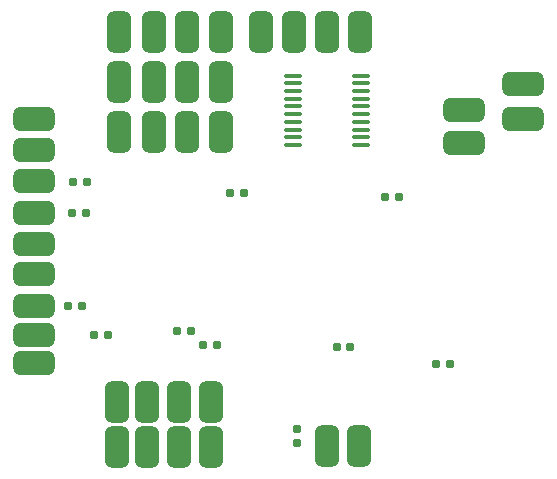
<source format=gbr>
%TF.GenerationSoftware,KiCad,Pcbnew,(6.0.1)*%
%TF.CreationDate,2022-08-29T10:58:40+03:00*%
%TF.ProjectId,flight controller,666c6967-6874-4206-936f-6e74726f6c6c,rev?*%
%TF.SameCoordinates,Original*%
%TF.FileFunction,Paste,Bot*%
%TF.FilePolarity,Positive*%
%FSLAX46Y46*%
G04 Gerber Fmt 4.6, Leading zero omitted, Abs format (unit mm)*
G04 Created by KiCad (PCBNEW (6.0.1)) date 2022-08-29 10:58:40*
%MOMM*%
%LPD*%
G01*
G04 APERTURE LIST*
G04 Aperture macros list*
%AMRoundRect*
0 Rectangle with rounded corners*
0 $1 Rounding radius*
0 $2 $3 $4 $5 $6 $7 $8 $9 X,Y pos of 4 corners*
0 Add a 4 corners polygon primitive as box body*
4,1,4,$2,$3,$4,$5,$6,$7,$8,$9,$2,$3,0*
0 Add four circle primitives for the rounded corners*
1,1,$1+$1,$2,$3*
1,1,$1+$1,$4,$5*
1,1,$1+$1,$6,$7*
1,1,$1+$1,$8,$9*
0 Add four rect primitives between the rounded corners*
20,1,$1+$1,$2,$3,$4,$5,0*
20,1,$1+$1,$4,$5,$6,$7,0*
20,1,$1+$1,$6,$7,$8,$9,0*
20,1,$1+$1,$8,$9,$2,$3,0*%
G04 Aperture macros list end*
%ADD10RoundRect,0.500000X-0.500000X-1.250000X0.500000X-1.250000X0.500000X1.250000X-0.500000X1.250000X0*%
%ADD11RoundRect,0.160000X0.197500X0.160000X-0.197500X0.160000X-0.197500X-0.160000X0.197500X-0.160000X0*%
%ADD12RoundRect,0.500000X0.500000X1.250000X-0.500000X1.250000X-0.500000X-1.250000X0.500000X-1.250000X0*%
%ADD13RoundRect,0.160000X-0.197500X-0.160000X0.197500X-0.160000X0.197500X0.160000X-0.197500X0.160000X0*%
%ADD14RoundRect,0.500000X1.250000X-0.500000X1.250000X0.500000X-1.250000X0.500000X-1.250000X-0.500000X0*%
%ADD15RoundRect,0.155000X0.212500X0.155000X-0.212500X0.155000X-0.212500X-0.155000X0.212500X-0.155000X0*%
%ADD16RoundRect,0.100000X0.637500X0.100000X-0.637500X0.100000X-0.637500X-0.100000X0.637500X-0.100000X0*%
%ADD17RoundRect,0.500000X-1.250000X0.500000X-1.250000X-0.500000X1.250000X-0.500000X1.250000X0.500000X0*%
%ADD18RoundRect,0.160000X0.160000X-0.197500X0.160000X0.197500X-0.160000X0.197500X-0.160000X-0.197500X0*%
G04 APERTURE END LIST*
D10*
%TO.C,Elv2*%
X133300000Y-108000000D03*
%TD*%
%TO.C,Panic*%
X145800000Y-107900000D03*
%TD*%
D11*
%TO.C,R3*%
X133800000Y-99400000D03*
X132605000Y-99400000D03*
%TD*%
D12*
%TO.C,Elv2*%
X134100000Y-72900000D03*
%TD*%
%TO.C,S4*%
X145900000Y-72900000D03*
%TD*%
D13*
%TO.C,R9*%
X121200000Y-96100000D03*
X122395000Y-96100000D03*
%TD*%
D14*
%TO.C,3.3V*%
X159700000Y-77300000D03*
%TD*%
D15*
%TO.C,C12*%
X149200000Y-86800000D03*
X148065000Y-86800000D03*
%TD*%
D12*
%TO.C,S1*%
X137500000Y-72900000D03*
%TD*%
D16*
%TO.C,U4*%
X145962500Y-76575000D03*
X145962500Y-77225000D03*
X145962500Y-77875000D03*
X145962500Y-78525000D03*
X145962500Y-79175000D03*
X145962500Y-79825000D03*
X145962500Y-80475000D03*
X145962500Y-81125000D03*
X145962500Y-81775000D03*
X145962500Y-82425000D03*
X140237500Y-82425000D03*
X140237500Y-81775000D03*
X140237500Y-81125000D03*
X140237500Y-80475000D03*
X140237500Y-79825000D03*
X140237500Y-79175000D03*
X140237500Y-78525000D03*
X140237500Y-77875000D03*
X140237500Y-77225000D03*
X140237500Y-76575000D03*
%TD*%
D12*
%TO.C, *%
X128500000Y-81300000D03*
%TD*%
%TO.C,AilR*%
X128500000Y-72900000D03*
%TD*%
D17*
%TO.C,SCL*%
X118300000Y-88200000D03*
%TD*%
D12*
%TO.C, *%
X133300000Y-104200000D03*
%TD*%
%TO.C,  *%
X125300000Y-104200000D03*
%TD*%
D11*
%TO.C,R6*%
X131600000Y-98200000D03*
X130405000Y-98200000D03*
%TD*%
D15*
%TO.C,C13*%
X145100000Y-99500000D03*
X143965000Y-99500000D03*
%TD*%
D14*
%TO.C,GND*%
X154700000Y-82300000D03*
%TD*%
D11*
%TO.C,R15*%
X136095000Y-86500000D03*
X134900000Y-86500000D03*
%TD*%
D12*
%TO.C,S2*%
X140300000Y-72900000D03*
%TD*%
D17*
%TO.C,Rx6*%
X118300000Y-90800000D03*
%TD*%
D12*
%TO.C, *%
X134100000Y-81300000D03*
%TD*%
%TO.C, *%
X131300000Y-77100000D03*
%TD*%
D10*
%TO.C,AilR*%
X127900000Y-108000000D03*
%TD*%
D12*
%TO.C, *%
X125500000Y-81300000D03*
%TD*%
D13*
%TO.C,R7*%
X152302500Y-101000000D03*
X153497500Y-101000000D03*
%TD*%
D14*
%TO.C,5V*%
X159700000Y-80200000D03*
%TD*%
%TO.C,GND*%
X154700000Y-79500000D03*
%TD*%
D10*
%TO.C,Elv1*%
X130600000Y-108000000D03*
%TD*%
D17*
%TO.C,Tx6*%
X118300000Y-93400000D03*
%TD*%
D12*
%TO.C, *%
X131300000Y-81300000D03*
%TD*%
D11*
%TO.C,R10*%
X124597500Y-98500000D03*
X123402500Y-98500000D03*
%TD*%
%TO.C,R12*%
X122697500Y-88200000D03*
X121502500Y-88200000D03*
%TD*%
D17*
%TO.C,Rx1*%
X118300000Y-98500000D03*
%TD*%
%TO.C,SDA*%
X118300000Y-85500000D03*
%TD*%
D18*
%TO.C,R13*%
X140600000Y-107700000D03*
X140600000Y-106505000D03*
%TD*%
D11*
%TO.C,R11*%
X122797500Y-85600000D03*
X121602500Y-85600000D03*
%TD*%
D12*
%TO.C,AilL*%
X125500000Y-72900000D03*
%TD*%
%TO.C, *%
X128500000Y-77100000D03*
%TD*%
D10*
%TO.C,Curr*%
X143100000Y-107900000D03*
%TD*%
%TO.C,AilL*%
X125300000Y-108000000D03*
%TD*%
D17*
%TO.C,Rx3*%
X118300000Y-82900000D03*
%TD*%
%TO.C,Tx3*%
X118300000Y-80200000D03*
%TD*%
%TO.C,Tx1*%
X118300000Y-100900000D03*
%TD*%
%TO.C,SBus*%
X118300000Y-96100000D03*
%TD*%
D12*
%TO.C, *%
X134100000Y-77100000D03*
%TD*%
%TO.C, *%
X127900000Y-104200000D03*
%TD*%
%TO.C,S3*%
X143100000Y-72900000D03*
%TD*%
%TO.C, *%
X125500000Y-77100000D03*
%TD*%
%TO.C,Elv1*%
X131300000Y-72900000D03*
%TD*%
%TO.C, *%
X130600000Y-104200000D03*
%TD*%
M02*

</source>
